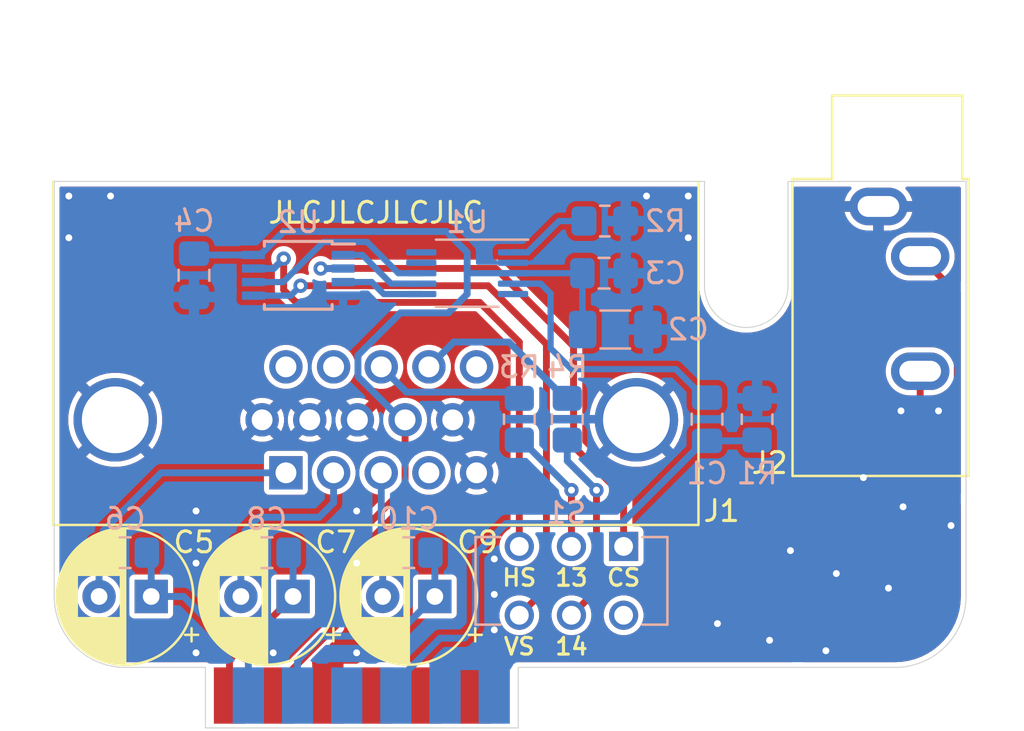
<source format=kicad_pcb>
(kicad_pcb (version 20241229) (generator "pcbnew") (generator_version "9.0")
  (title_block (title "RGBPlug Type P") (date "2025-05-28") (rev "v0.3"))
  (layers (0 "F.Cu" signal) (2 "B.Cu" signal) (13 "F.Paste" user) (15 "B.Paste" user) (5 "F.SilkS" user "F.Silkscreen") (7 "B.SilkS" user "B.Silkscreen") (1 "F.Mask" user) (3 "B.Mask" user) (25 "Edge.Cuts" user))
  (net 0 "")
  (net 1 "Net-(P1-Y)")
  (net 2 "Net-(U1-VIN)")
  (net 3 "Net-(P1-R)")
  (net 4 "GND")
  (net 5 "VCC")
  (net 6 "Net-(P1-G)")
  (net 7 "Net-(C5-Pad2)")
  (net 8 "Net-(C7-Pad2)")
  (net 9 "Net-(P1-B)")
  (net 10 "Net-(P1-AR)")
  (net 11 "Net-(C10-Pad1)")
  (net 12 "Net-(R3-Pad2)")
  (net 13 "Net-(P1-AL)")
  (net 18 "Net-(U1-REXT)")
  (net 21 "Net-(R4-Pad2)")
  (net 22 "Net-(U1-CS_OUT)")
  (net 23 "Net-(J1-Pad13)")
  (net 24 "Net-(J1-Pad14)")
  (net 26 "Net-(U1-HS_OUT)")
  (net 27 "Net-(U1-VS_OUT)")
  (net 31 "Net-(S1-Pad1)")
  (net 32 "Net-(S1-Pad3)")
  (net 33 "Net-(S1-Pad6)")
  (footprint "Capacitor_THT:CP_Radial_D6.3mm_P2.50mm" (layer "F.Cu") (at 133.55 112.6 180)
    (property "Reference" "C7" (at -2.05 2.6 0) (layer "F.SilkS"))
    (property "Value" "1000uF")
    (pad "1" thru_hole rect (at 0 0 180) (size 1.6 1.6) (drill 0.8) (layers "*.Cu" "*.Mask") (net 6 "Net-(P1-G)"))
    (pad "2" thru_hole circle (at 2.5 0 180) (size 1.6 1.6) (drill 0.8) (layers "*.Cu" "*.Mask") (net 8 "Net-(C7-Pad2)"))
  )
  (footprint "Capacitor_THT:CP_Radial_D6.3mm_P2.50mm" (layer "F.Cu") (at 140.35 112.6 180)
    (property "Reference" "C9" (at -2.05 2.6 0) (layer "F.SilkS"))
    (property "Value" "1000uF")
    (pad "1" thru_hole rect (at 0 0 180) (size 1.6 1.6) (drill 0.8) (layers "*.Cu" "*.Mask") (net 9 "Net-(P1-B)"))
    (pad "2" thru_hole circle (at 2.5 0 180) (size 1.6 1.6) (drill 0.8) (layers "*.Cu" "*.Mask") (net 11 "Net-(C10-Pad1)"))
  )
  (footprint "Connector_Audio:Jack_3.5mm_CUI_SJ1-3533NG_Horizontal" (layer "F.Cu") (at 161.62 93.9)
    (property "Reference" "J2" (at -5.22 12.3 0) (layer "F.SilkS"))
    (property "Value" "AudioJack3")
    (pad "R" thru_hole oval (at 2 7.9) (size 2.8 1.8) (drill oval 2 1) (layers "*.Cu" "*.Mask") (net 10 "Net-(P1-AR)"))
    (pad "S" thru_hole oval (at 0 0) (size 2.8 1.8) (drill oval 2 1) (layers "*.Cu" "*.Mask") (net 4 "GND"))
    (pad "T" thru_hole oval (at 2 2.4) (size 2.8 1.8) (drill oval 2 1) (layers "*.Cu" "*.Mask") (net 13 "Net-(P1-AL)"))
  )
  (footprint "retro_gaming:L17HTHES4F1C" (layer "F.Cu") (at 133.21 106.67 180)
    (property "Reference" "J1" (at -20.89 -1.83 180) (layer "F.SilkS"))
    (property "Value" "DB15_Female_HighDensity_MountingHoles")
    (pad "0" thru_hole circle (at -16.805 2.54 180) (size 4 4) (drill 3.2) (layers "*.Cu" "*.Mask") (net 4 "GND"))
    (pad "0" thru_hole circle (at 8.185 2.54 180) (size 4 4) (drill 3.2) (layers "*.Cu" "*.Mask") (net 4 "GND"))
    (pad "1" thru_hole rect (at 0 0 180) (size 1.6 1.6) (drill 1) (layers "*.Cu" "*.Mask") (net 7 "Net-(C5-Pad2)"))
    (pad "2" thru_hole circle (at -2.285 0 180) (size 1.6 1.6) (drill 1) (layers "*.Cu" "*.Mask") (net 8 "Net-(C7-Pad2)"))
    (pad "3" thru_hole circle (at -4.57 0 180) (size 1.6 1.6) (drill 1) (layers "*.Cu" "*.Mask") (net 11 "Net-(C10-Pad1)"))
    (pad "4" thru_hole circle (at -6.855 0 180) (size 1.6 1.6) (drill 1) (layers "*.Cu" "*.Mask"))
    (pad "5" thru_hole circle (at -9.14 0 180) (size 1.6 1.6) (drill 1) (layers "*.Cu" "*.Mask") (net 4 "GND"))
    (pad "6" thru_hole circle (at 1.1425 2.54 180) (size 1.6 1.6) (drill 1) (layers "*.Cu" "*.Mask") (net 4 "GND"))
    (pad "7" thru_hole circle (at -1.1425 2.54 180) (size 1.6 1.6) (drill 1) (layers "*.Cu" "*.Mask") (net 4 "GND"))
    (pad "8" thru_hole circle (at -3.4275 2.54 180) (size 1.6 1.6) (drill 1) (layers "*.Cu" "*.Mask") (net 4 "GND"))
    (pad "9" thru_hole circle (at -5.7125 2.54 180) (size 1.6 1.6) (drill 1) (layers "*.Cu" "*.Mask") (net 5 "VCC"))
    (pad "10" thru_hole circle (at -7.9975 2.54 180) (size 1.6 1.6) (drill 1) (layers "*.Cu" "*.Mask") (net 4 "GND"))
    (pad "11" thru_hole circle (at 0 5.08 180) (size 1.6 1.6) (drill 1) (layers "*.Cu" "*.Mask"))
    (pad "12" thru_hole circle (at -2.285 5.08 180) (size 1.6 1.6) (drill 1) (layers "*.Cu" "*.Mask"))
    (pad "13" thru_hole circle (at -4.57 5.08 180) (size 1.6 1.6) (drill 1) (layers "*.Cu" "*.Mask") (net 23 "Net-(J1-Pad13)"))
    (pad "14" thru_hole circle (at -6.855 5.08 180) (size 1.6 1.6) (drill 1) (layers "*.Cu" "*.Mask") (net 24 "Net-(J1-Pad14)"))
    (pad "15" thru_hole circle (at -9.14 5.08 180) (size 1.6 1.6) (drill 1) (layers "*.Cu" "*.Mask"))
  )
  (footprint "Capacitor_THT:CP_Radial_D6.3mm_P2.50mm" (layer "F.Cu") (at 126.75 112.6 180)
    (property "Reference" "C5" (at -2.05 2.6 0) (layer "F.SilkS"))
    (property "Value" "1000uF")
    (pad "1" thru_hole rect (at 0 0 180) (size 1.6 1.6) (drill 0.8) (layers "*.Cu" "*.Mask") (net 3 "Net-(P1-R)"))
    (pad "2" thru_hole circle (at 2.5 0 180) (size 1.6 1.6) (drill 0.8) (layers "*.Cu" "*.Mask") (net 7 "Net-(C5-Pad2)"))
  )
  (footprint "retro_gaming:PlayStation_multiAV_PCB" (layer "F.Cu") (at 136.85 117.5)
    (property "Reference" "P1" (hide yes))
    (property "Value" "PlayStation_multiAV_PCB")
    (pad "1" smd rect (at 6.346 -0.15) (size 1.5 2.7) (layers "B.Cu" "B.Mask" "B.Paste") (net 4 "GND"))
    (pad "2" smd rect (at 5.442 -0.15) (size 1.5 2.7) (layers "F.Cu" "F.Mask" "F.Paste") (net 13 "Net-(P1-AL)"))
    (pad "3" smd rect (at 3.988 -0.15) (size 1.5 2.7) (layers "B.Cu" "B.Mask" "B.Paste") (net 4 "GND"))
    (pad "4" smd rect (at 3.085 -0.15) (size 1.5 2.7) (layers "F.Cu" "F.Mask" "F.Paste") (net 10 "Net-(P1-AR)"))
    (pad "5" smd rect (at 1.631 -0.15) (size 1.5 2.7) (layers "B.Cu" "B.Mask" "B.Paste") (net 1 "Net-(P1-Y)"))
    (pad "6" smd rect (at 0.727 -0.15) (size 1.5 2.7) (layers "F.Cu" "F.Mask" "F.Paste"))
    (pad "7" smd rect (at -0.727 -0.15) (size 1.5 2.7) (layers "B.Cu" "B.Mask" "B.Paste"))
    (pad "8" smd rect (at -1.631 -0.15) (size 1.5 2.7) (layers "F.Cu" "F.Mask" "F.Paste") (net 4 "GND"))
    (pad "9" smd rect (at -3.085 -0.15) (size 1.5 2.7) (layers "B.Cu" "B.Mask" "B.Paste") (net 9 "Net-(P1-B)"))
    (pad "10" smd rect (at -3.988 -0.15) (size 1.5 2.7) (layers "F.Cu" "F.Mask" "F.Paste") (net 5 "VCC"))
    (pad "11" smd rect (at -5.442 -0.15) (size 1.5 2.7) (layers "B.Cu" "B.Mask" "B.Paste") (net 3 "Net-(P1-R)"))
    (pad "12" smd rect (at -6.346 -0.15) (size 1.5 2.7) (layers "F.Cu" "F.Mask" "F.Paste") (net 6 "Net-(P1-G)"))
  )
  (footprint "Capacitor_SMD:C_0805_2012Metric_Pad1.18x1.45mm_HandSolder" (layer "B.Cu") (at 132.3 110.5)
    (property "Reference" "C8" (at -0.012 -1.613 0) (layer "B.SilkS") (effects (justify mirror)))
    (property "Value" "0.01uF")
    (pad "1" smd roundrect (at -1.0375 0) (size 1.175 1.45) (layers "B.Cu" "B.Mask" "B.Paste") (roundrect_rratio 0.2127659574) (net 8 "Net-(C7-Pad2)"))
    (pad "2" smd roundrect (at 1.0375 0) (size 1.175 1.45) (layers "B.Cu" "B.Mask" "B.Paste") (roundrect_rratio 0.2127659574) (net 6 "Net-(P1-G)"))
  )
  (footprint "Resistor_SMD:R_0805_2012Metric_Pad1.20x1.40mm_HandSolder" (layer "B.Cu") (at 155.8 104.1 90)
    (property "Reference" "R1" (at -2.6 0 0) (layer "B.SilkS") (effects (justify mirror)))
    (property "Value" "75")
    (pad "1" smd roundrect (at -1 0 90) (size 1.2 1.4) (layers "B.Cu" "B.Mask" "B.Paste") (roundrect_rratio 0.2083325) (net 1 "Net-(P1-Y)"))
    (pad "2" smd roundrect (at 1 0 90) (size 1.2 1.4) (layers "B.Cu" "B.Mask" "B.Paste") (roundrect_rratio 0.2083325) (net 4 "GND"))
  )
  (footprint "Capacitor_SMD:C_0805_2012Metric_Pad1.18x1.45mm_HandSolder" (layer "B.Cu") (at 125.5 110.5)
    (property "Reference" "C6" (at 0 -1.625 0) (layer "B.SilkS") (effects (justify mirror)))
    (property "Value" "0.01uF")
    (pad "1" smd roundrect (at -1.0375 0) (size 1.175 1.45) (layers "B.Cu" "B.Mask" "B.Paste") (roundrect_rratio 0.2127659574) (net 7 "Net-(C5-Pad2)"))
    (pad "2" smd roundrect (at 1.0375 0) (size 1.175 1.45) (layers "B.Cu" "B.Mask" "B.Paste") (roundrect_rratio 0.2127659574) (net 3 "Net-(P1-R)"))
  )
  (footprint "Resistor_SMD:R_0805_2012Metric_Pad1.20x1.40mm_HandSolder" (layer "B.Cu") (at 146.7 104.1 -90)
    (property "Reference" "R4" (at -2.5 0 180) (layer "B.SilkS") (effects (justify mirror)))
    (property "Value" "510")
    (pad "1" smd roundrect (at -1 0 270) (size 1.2 1.4) (layers "B.Cu" "B.Mask" "B.Paste") (roundrect_rratio 0.2083325) (net 24 "Net-(J1-Pad14)"))
    (pad "2" smd roundrect (at 1 0 270) (size 1.2 1.4) (layers "B.Cu" "B.Mask" "B.Paste") (roundrect_rratio 0.2083325) (net 21 "Net-(R4-Pad2)"))
  )
  (footprint "Capacitor_SMD:C_0805_2012Metric_Pad1.18x1.45mm_HandSolder" (layer "B.Cu") (at 139.1 110.5)
    (property "Reference" "C10" (at 0 -1.625 0) (layer "B.SilkS") (effects (justify mirror)))
    (property "Value" "0.01uF")
    (pad "1" smd roundrect (at -1.0375 0) (size 1.175 1.45) (layers "B.Cu" "B.Mask" "B.Paste") (roundrect_rratio 0.2127659574) (net 11 "Net-(C10-Pad1)"))
    (pad "2" smd roundrect (at 1.0375 0) (size 1.175 1.45) (layers "B.Cu" "B.Mask" "B.Paste") (roundrect_rratio 0.2127659574) (net 9 "Net-(P1-B)"))
  )
  (footprint "Capacitor_SMD:C_0805_2012Metric_Pad1.18x1.45mm_HandSolder" (layer "B.Cu") (at 153.4 104.1 90)
    (property "Reference" "C1" (at -2.6 0 0) (layer "B.SilkS") (effects (justify mirror)))
    (property "Value" "0.01uF")
    (pad "1" smd roundrect (at -1.0375 0 90) (size 1.175 1.45) (layers "B.Cu" "B.Mask" "B.Paste") (roundrect_rratio 0.2127659574) (net 1 "Net-(P1-Y)"))
    (pad "2" smd roundrect (at 1.0375 0 90) (size 1.175 1.45) (layers "B.Cu" "B.Mask" "B.Paste") (roundrect_rratio 0.2127659574) (net 2 "Net-(U1-VIN)"))
  )
  (footprint "Resistor_SMD:R_0805_2012Metric_Pad1.20x1.40mm_HandSolder" (layer "B.Cu") (at 144.4 104.1 -90)
    (property "Reference" "R3" (at -2.5 0 0) (layer "B.SilkS") (effects (justify mirror)))
    (property "Value" "510")
    (pad "1" smd roundrect (at -1 0 270) (size 1.2 1.4) (layers "B.Cu" "B.Mask" "B.Paste") (roundrect_rratio 0.2083325) (net 23 "Net-(J1-Pad13)"))
    (pad "2" smd roundrect (at 1 0 270) (size 1.2 1.4) (layers "B.Cu" "B.Mask" "B.Paste") (roundrect_rratio 0.2083325) (net 12 "Net-(R3-Pad2)"))
  )
  (footprint "Button_Switch_THT:SW_CuK_JS202011CQN_DPDT_Straight" (layer "B.Cu") (at 149.4 110.2 180)
    (property "Reference" "S1" (at 2.75 1.6 180) (layer "B.SilkS") (effects (justify mirror)))
    (property "Value" "JS202011CQN")
    (pad "1" thru_hole rect (at 0 0 180) (size 1.4 1.4) (drill 0.9) (layers "*.Cu" "*.Mask") (net 31 "Net-(S1-Pad1)"))
    (pad "2" thru_hole circle (at 2.5 0 180) (size 1.4 1.4) (drill 0.9) (layers "*.Cu" "*.Mask") (net 12 "Net-(R3-Pad2)"))
    (pad "3" thru_hole circle (at 5 0 180) (size 1.4 1.4) (drill 0.9) (layers "*.Cu" "*.Mask") (net 32 "Net-(S1-Pad3)"))
    (pad "4" thru_hole circle (at 0 -3.3 180) (size 1.4 1.4) (drill 0.9) (layers "*.Cu" "*.Mask"))
    (pad "5" thru_hole circle (at 2.5 -3.3 180) (size 1.4 1.4) (drill 0.9) (layers "*.Cu" "*.Mask") (net 21 "Net-(R4-Pad2)"))
    (pad "6" thru_hole circle (at 5 -3.3 180) (size 1.4 1.4) (drill 0.9) (layers "*.Cu" "*.Mask") (net 33 "Net-(S1-Pad6)"))
  )
  (footprint "Resistor_SMD:R_0805_2012Metric_Pad1.20x1.40mm_HandSolder" (layer "B.Cu") (at 148.5 94.6)
    (property "Reference" "R2" (at 2.9 0 180) (layer "B.SilkS") (effects (justify mirror)))
    (property "Value" "10k")
    (pad "1" smd roundrect (at -1 0) (size 1.2 1.4) (layers "B.Cu" "B.Mask" "B.Paste") (roundrect_rratio 0.208333) (net 18 "Net-(U1-REXT)"))
    (pad "2" smd roundrect (at 1 0) (size 1.2 1.4) (layers "B.Cu" "B.Mask" "B.Paste") (roundrect_rratio 0.208333) (net 4 "GND"))
  )
  (footprint "Capacitor_SMD:C_0805_2012Metric_Pad1.18x1.45mm_HandSolder" (layer "B.Cu") (at 128.8 97.2 -90)
    (property "Reference" "C4" (at -2.6 0 180) (layer "B.SilkS") (effects (justify mirror)))
    (property "Value" "0.1uF")
    (pad "1" smd roundrect (at -1.0375 0 270) (size 1.175 1.45) (layers "B.Cu" "B.Mask" "B.Paste") (roundrect_rratio 0.212766) (net 5 "VCC"))
    (pad "2" smd roundrect (at 1.0375 0 270) (size 1.175 1.45) (layers "B.Cu" "B.Mask" "B.Paste") (roundrect_rratio 0.212766) (net 4 "GND"))
  )
  (footprint "Package_SO:TSSOP-8_3x3mm_P0.65mm" (layer "B.Cu") (at 133.8 97.2 180)
    (property "Reference" "U2" (at 0 2.55 0) (layer "B.SilkS") (effects (justify mirror)))
    (property "Value" "74LVC3G34")
    (pad "1" smd rect (at -2.15 0.975 180) (size 1.1 0.4) (layers "B.Cu" "B.Mask" "B.Paste") (net 27 "Net-(U1-VS_OUT)"))
    (pad "2" smd rect (at -2.15 0.325 180) (size 1.1 0.4) (layers "B.Cu" "B.Mask" "B.Paste") (net 31 "Net-(S1-Pad1)"))
    (pad "3" smd rect (at -2.15 -0.325 180) (size 1.1 0.4) (layers "B.Cu" "B.Mask" "B.Paste") (net 26 "Net-(U1-HS_OUT)"))
    (pad "4" smd rect (at -2.15 -0.975 180) (size 1.1 0.4) (layers "B.Cu" "B.Mask" "B.Paste") (net 4 "GND"))
    (pad "5" smd rect (at 2.15 -0.975 180) (size 1.1 0.4) (layers "B.Cu" "B.Mask" "B.Paste") (net 33 "Net-(S1-Pad6)"))
    (pad "6" smd rect (at 2.15 -0.325 180) (size 1.1 0.4) (layers "B.Cu" "B.Mask" "B.Paste") (net 22 "Net-(U1-CS_OUT)"))
    (pad "7" smd rect (at 2.15 0.325 180) (size 1.1 0.4) (layers "B.Cu" "B.Mask" "B.Paste") (net 32 "Net-(S1-Pad3)"))
    (pad "8" smd rect (at 2.15 0.975 180) (size 1.1 0.4) (layers "B.Cu" "B.Mask" "B.Paste") (net 5 "VCC"))
  )
  (footprint "Package_SO:VSSOP-10_3x3mm_P0.5mm" (layer "B.Cu") (at 141.9 97.1 180)
    (property "Reference" "U1" (at 0 2.45 0) (layer "B.SilkS") (effects (justify mirror)))
    (property "Value" "LMH1980")
    (pad "1" smd roundrect (at -2.2 1 180) (size 1.45 0.3) (layers "B.Cu" "B.Mask" "B.Paste") (net 18 "Net-(U1-REXT)"))
    (pad "2" smd roundrect (at -2.2 0.5 180) (size 1.45 0.3) (layers "B.Cu" "B.Mask" "B.Paste") (net 4 "GND"))
    (pad "3" smd roundrect (at -2.2 0 180) (size 1.45 0.3) (layers "B.Cu" "B.Mask" "B.Paste") (net 5 "VCC"))
    (pad "4" smd roundrect (at -2.2 -0.5 180) (size 1.45 0.3) (layers "B.Cu" "B.Mask" "B.Paste") (net 2 "Net-(U1-VIN)"))
    (pad "5" smd roundrect (at -2.2 -1 180) (size 1.45 0.3) (layers "B.Cu" "B.Mask" "B.Paste"))
    (pad "6" smd roundrect (at 2.2 -1 180) (size 1.45 0.3) (layers "B.Cu" "B.Mask" "B.Paste") (net 26 "Net-(U1-HS_OUT)"))
    (pad "7" smd roundrect (at 2.2 -0.5 180) (size 1.45 0.3) (layers "B.Cu" "B.Mask" "B.Paste") (net 27 "Net-(U1-VS_OUT)"))
    (pad "8" smd roundrect (at 2.2 0 180) (size 1.45 0.3) (layers "B.Cu" "B.Mask" "B.Paste") (net 22 "Net-(U1-CS_OUT)"))
    (pad "9" smd roundrect (at 2.2 0.5 180) (size 1.45 0.3) (layers "B.Cu" "B.Mask" "B.Paste"))
    (pad "10" smd roundrect (at 2.2 1 180) (size 1.45 0.3) (layers "B.Cu" "B.Mask" "B.Paste"))
  )
  (footprint "Capacitor_SMD:C_1206_3216Metric_Pad1.33x1.80mm_HandSolder" (layer "B.Cu") (at 149 99.8)
    (property "Reference" "C2" (at 3.5 0 0) (layer "B.SilkS") (effects (justify mirror)))
    (property "Value" "10uF")
    (pad "1" smd roundrect (at -1.5625 0) (size 1.325 1.8) (layers "B.Cu" "B.Mask" "B.Paste") (roundrect_rratio 0.188679) (net 5 "VCC"))
    (pad "2" smd roundrect (at 1.5625 0) (size 1.325 1.8) (layers "B.Cu" "B.Mask" "B.Paste") (roundrect_rratio 0.188679) (net 4 "GND"))
  )
  (footprint "Capacitor_SMD:C_0805_2012Metric_Pad1.18x1.45mm_HandSolder" (layer "B.Cu") (at 148.4625 97.1)
    (property "Reference" "C3" (at 2.9375 0 0) (layer "B.SilkS") (effects (justify mirror)))
    (property "Value" "0.1uF")
    (pad "1" smd roundrect (at -1.0375 0) (size 1.175 1.45) (layers "B.Cu" "B.Mask" "B.Paste") (roundrect_rratio 0.212766) (net 5 "VCC"))
    (pad "2" smd roundrect (at 1.0375 0) (size 1.175 1.45) (layers "B.Cu" "B.Mask" "B.Paste") (roundrect_rratio 0.212766) (net 4 "GND"))
  )
  (gr_line (start 165.82 92.7) (end 165.82 112.6) (stroke (width 0.05)) (layer "Edge.Cuts"))
  (gr_line (start 157.28 92.7) (end 165.82 92.7) (stroke (width 0.05)) (layer "Edge.Cuts"))
  (gr_line (start 129.35 116) (end 129.35 118.9) (stroke (width 0.05)) (layer "Edge.Cuts"))
  (gr_arc (start 125.5 116) (mid 123.095837 115.004163) (end 122.1 112.6) (stroke (width 0.05)) (layer "Edge.Cuts"))
  (gr_arc (start 157.28 97.7) (mid 155.28 99.7) (end 153.28 97.7) (stroke (width 0.05)) (layer "Edge.Cuts"))
  (gr_line (start 144.35 118.9) (end 144.35 116) (stroke (width 0.05)) (layer "Edge.Cuts"))
  (gr_line (start 129.35 118.9) (end 144.35 118.9) (stroke (width 0.05)) (layer "Edge.Cuts"))
  (gr_line (start 157.28 97.7) (end 157.28 92.7) (stroke (width 0.05)) (layer "Edge.Cuts"))
  (gr_line (start 144.35 116) (end 162.41 116) (stroke (width 0.05)) (layer "Edge.Cuts"))
  (gr_arc (start 165.82 112.6) (mid 164.819163 115.006234) (end 162.41 116) (stroke (width 0.05)) (layer "Edge.Cuts"))
  (gr_line (start 122.1 112.6) (end 122.1 92.7) (stroke (width 0.05)) (layer "Edge.Cuts"))
  (gr_line (start 129.35 116) (end 125.5 116) (stroke (width 0.05)) (layer "Edge.Cuts"))
  (gr_line (start 122.1 92.7) (end 153.28 92.7) (stroke (width 0.05)) (layer "Edge.Cuts"))
  (gr_line (start 153.28 97.7) (end 153.28 92.7) (stroke (width 0.05)) (layer "Edge.Cuts"))
  (gr_text "JLCJLCJLCJLC" (at 137.52 94.2 0) (layer "F.SilkS") (effects (font (size 1 1))))
  (gr_text "HS" (at 144.4 111.7 0) (layer "F.SilkS") (effects (font (size 0.8 0.8))))
  (gr_text "13" (at 146.9 111.7 0) (layer "F.SilkS") (effects (font (size 0.8 0.8))))
  (gr_text "CS" (at 149.4 111.7 0) (layer "F.SilkS") (effects (font (size 0.8 0.8))))
  (gr_text "VS" (at 144.4 115 0) (layer "F.SilkS") (effects (font (size 0.8 0.8))))
  (gr_text "14" (at 146.9 115 0) (layer "F.SilkS") (effects (font (size 0.8 0.8))))
  (segment (start 155.7625 105.1375) (end 155.8 105.1) (width 0.3302) (layer "B.Cu") (net 1))
  (segment (start 138.481 116.719) (end 138.481 117.35) (width 0.3302) (layer "B.Cu") (net 1))
  (segment (start 153.2625 105.1375) (end 149.3 109.1) (width 0.3302) (layer "B.Cu") (net 1))
  (segment (start 142.3 114.05) (end 141.75 114.6) (width 0.3302) (layer "B.Cu") (net 1))
  (segment (start 141.75 114.6) (end 140.6 114.6) (width 0.3302) (layer "B.Cu") (net 1))
  (segment (start 142.3 110.575) (end 142.3 114.05) (width 0.3302) (layer "B.Cu") (net 1))
  (segment (start 140.6 114.6) (end 138.481 116.719) (width 0.3302) (layer "B.Cu") (net 1))
  (segment (start 143.775 109.1) (end 142.3 110.575) (width 0.3302) (layer "B.Cu") (net 1))
  (segment (start 153.4 105.1375) (end 153.2625 105.1375) (width 0.3302) (layer "B.Cu") (net 1))
  (segment (start 153.4 105.1375) (end 155.7625 105.1375) (width 0.3302) (layer "B.Cu") (net 1))
  (segment (start 149.3 109.1) (end 143.775 109.1) (width 0.3302) (layer "B.Cu") (net 1))
  (segment (start 145.423505 97.6) (end 144.1 97.6) (width 0.3) (layer "B.Cu") (net 2))
  (segment (start 153.4 103.0625) (end 153.2625 103.0625) (width 0.3) (layer "B.Cu") (net 2))
  (segment (start 153.2625 103.0625) (end 151.9 101.7) (width 0.3) (layer "B.Cu") (net 2))
  (segment (start 146.9 101.7) (end 145.9 100.7) (width 0.3) (layer "B.Cu") (net 2))
  (segment (start 145.9 100.7) (end 145.9 98.076495) (width 0.3) (layer "B.Cu") (net 2))
  (segment (start 145.9 98.076495) (end 145.423505 97.6) (width 0.3) (layer "B.Cu") (net 2))
  (segment (start 151.9 101.7) (end 146.9 101.7) (width 0.3) (layer "B.Cu") (net 2))
  (segment (start 126.75 112.6) (end 128.3 112.6) (width 0.3302) (layer "B.Cu") (net 3))
  (segment (start 126.75 110.7125) (end 126.5375 110.5) (width 0.3302) (layer "B.Cu") (net 3))
  (segment (start 131.408 115.708) (end 131.408 117.35) (width 0.3302) (layer "B.Cu") (net 3))
  (segment (start 126.75 112.6) (end 126.75 110.7125) (width 0.3302) (layer "B.Cu") (net 3))
  (segment (start 128.3 112.6) (end 131.408 115.708) (width 0.3302) (layer "B.Cu") (net 3))
  (via (at 143.2 114.2) (size 0.6858) (drill 0.3302) (layers "F.Cu" "B.Cu") (net 4))
  (via (at 136.6 115.3) (size 0.6858) (drill 0.3302) (layers "F.Cu" "B.Cu") (net 4))
  (via (at 162.1 112.2) (size 0.6858) (drill 0.3302) (layers "F.Cu" "B.Cu") (net 4))
  (via (at 136.6 108.5) (size 0.6858) (drill 0.3302) (layers "F.Cu" "B.Cu") (net 4))
  (via (at 156.4 114.7) (size 0.6858) (drill 0.3302) (layers "F.Cu" "B.Cu") (net 4))
  (via (at 159.6 111.5) (size 0.6858) (drill 0.3302) (layers "F.Cu" "B.Cu") (net 4))
  (via (at 152.5 95.4) (size 0.6858) (drill 0.3302) (layers "F.Cu" "B.Cu") (net 4))
  (via (at 143.2 112.5) (size 0.6858) (drill 0.3302) (layers "F.Cu" "B.Cu") (net 4))
  (via (at 153.9 113.9) (size 0.6858) (drill 0.3302) (layers "F.Cu" "B.Cu") (net 4))
  (via (at 124.8 93.4) (size 0.6858) (drill 0.3302) (layers "F.Cu" "B.Cu") (net 4))
  (via (at 128.9 115.3) (size 0.6858) (drill 0.3302) (layers "F.Cu" "B.Cu") (net 4))
  (via (at 164.5 103.7) (size 0.6858) (drill 0.3302) (layers "F.Cu" "B.Cu") (net 4))
  (via (at 159.1 115.2) (size 0.6858) (drill 0.3302) (layers "F.Cu" "B.Cu") (net 4))
  (via (at 122.8 93.4) (size 0.6858) (drill 0.3302) (layers "F.Cu" "B.Cu") (net 4))
  (via (at 132.6 115.3) (size 0.6858) (drill 0.3302) (layers "F.Cu" "B.Cu") (net 4))
  (via (at 165.1 109.2) (size 0.6858) (drill 0.3302) (layers "F.Cu" "B.Cu") (net 4))
  (via (at 162.7 103.7) (size 0.6858) (drill 0.3302) (layers "F.Cu" "B.Cu") (net 4))
  (via (at 122.8 95.4) (size 0.6858) (drill 0.3302) (layers "F.Cu" "B.Cu") (net 4))
  (via (at 162.8 108.3) (size 0.6858) (drill 0.3302) (layers "F.Cu" "B.Cu") (net 4))
  (via (at 143.2 110.8) (size 0.6858) (drill 0.3302) (layers "F.Cu" "B.Cu") (net 4))
  (via (at 136.6 111) (size 0.6858) (drill 0.3302) (layers "F.Cu" "B.Cu") (net 4))
  (via (at 160.9 106.9) (size 0.6858) (drill 0.3302) (layers "F.Cu" "B.Cu") (net 4))
  (via (at 152.5 93.4) (size 0.6858) (drill 0.3302) (layers "F.Cu" "B.Cu") (net 4))
  (via (at 128.9 108.5) (size 0.6858) (drill 0.3302) (layers "F.Cu" "B.Cu") (net 4))
  (via (at 150.5 93.4) (size 0.6858) (drill 0.3302) (layers "F.Cu" "B.Cu") (net 4))
  (via (at 128.9 111) (size 0.6858) (drill 0.3302) (layers "F.Cu" "B.Cu") (net 4))
  (via (at 157.4 110.4) (size 0.6858) (drill 0.3302) (layers "F.Cu" "B.Cu") (net 4))
  (segment (start 142.1775 105.1) (end 142.5 105.1) (width 0.4064) (layer "B.Cu") (net 4))
  (segment (start 141.2075 104.13) (end 142.1775 105.1) (width 0.4064) (layer "B.Cu") (net 4))
  (segment (start 142.5 105.1) (end 143.5 104.1) (width 0.4064) (layer "B.Cu") (net 4))
  (segment (start 143.5 104.1) (end 149.985 104.1) (width 0.4064) (layer "B.Cu") (net 4))
  (segment (start 149.985 104.1) (end 150.015 104.13) (width 0.4064) (layer "B.Cu") (net 4))
  (segment (start 132.862 116.75) (end 135.6 114.012) (width 0.3302) (layer "F.Cu") (net 5))
  (segment (start 132.862 117.35) (end 132.862 116.75) (width 0.3302) (layer "F.Cu") (net 5))
  (segment (start 135.6 114.012) (end 135.6 110.7) (width 0.3302) (layer "F.Cu") (net 5))
  (segment (start 135.6 110.7) (end 138.9225 107.3775) (width 0.3302) (layer "F.Cu") (net 5))
  (segment (start 138.9225 107.3775) (end 138.9225 104.13) (width 0.3302) (layer "F.Cu") (net 5))
  (segment (start 131.975 96.225) (end 131.65 96.225) (width 0.3302) (layer "B.Cu") (net 5))
  (segment (start 131.65 96.225) (end 128.8625 96.225) (width 0.3302) (layer "B.Cu") (net 5))
  (segment (start 136.6625 102.052884) (end 138.739616 104.13) (width 0.3302) (layer "B.Cu") (net 5))
  (segment (start 138.739616 104.13) (end 138.9225 104.13) (width 0.3302) (layer "B.Cu") (net 5))
  (segment (start 136.6625 101.0375) (end 136.6625 102.052884) (width 0.3302) (layer "B.Cu") (net 5))
  (segment (start 141.9 97.1) (end 144.1 97.1) (width 0.3) (layer "B.Cu") (net 5))
  (segment (start 141.9 97.1) (end 141.9 98.1) (width 0.3302) (layer "B.Cu") (net 5))
  (segment (start 141 99) (end 138.7 99) (width 0.3302) (layer "B.Cu") (net 5))
  (segment (start 141.9 96.1) (end 140.9 95.1) (width 0.3302) (layer "B.Cu") (net 5))
  (segment (start 128.8625 96.225) (end 128.8 96.1625) (width 0.3302) (layer "B.Cu") (net 5))
  (segment (start 147.425 97.1) (end 144.1 97.1) (width 0.3) (layer "B.Cu") (net 5))
  (segment (start 147.425 99.7875) (end 147.4375 99.8) (width 0.3) (layer "B.Cu") (net 5))
  (segment (start 147.425 97.1) (end 147.425 99.7875) (width 0.3) (layer "B.Cu") (net 5))
  (segment (start 138.7 99) (end 136.6625 101.0375) (width 0.3302) (layer "B.Cu") (net 5))
  (segment (start 140.9 95.1) (end 133.1 95.1) (width 0.3302) (layer "B.Cu") (net 5))
  (segment (start 141.9 98.1) (end 141 99) (width 0.3302) (layer "B.Cu") (net 5))
  (segment (start 133.1 95.1) (end 131.975 96.225) (width 0.3302) (layer "B.Cu") (net 5))
  (segment (start 141.9 97.1) (end 141.9 96.1) (width 0.3302) (layer "B.Cu") (net 5))
  (segment (start 133.55 112.6) (end 130.504 115.646) (width 0.3302) (layer "F.Cu") (net 6))
  (segment (start 130.504 115.646) (end 130.504 117.35) (width 0.3302) (layer "F.Cu") (net 6))
  (segment (start 133.55 112.6) (end 133.55 110.7125) (width 0.3302) (layer "B.Cu") (net 6))
  (segment (start 133.55 110.7125) (end 133.3375 110.5) (width 0.3302) (layer "B.Cu") (net 6))
  (segment (start 124.25 112.6) (end 124.25 110.7125) (width 0.3302) (layer "B.Cu") (net 7))
  (segment (start 133.21 106.67) (end 127.23 106.67) (width 0.3302) (layer "B.Cu") (net 7))
  (segment (start 124.4625 109.4375) (end 124.4625 110.5) (width 0.3302) (layer "B.Cu") (net 7))
  (segment (start 124.25 110.7125) (end 124.4625 110.5) (width 0.3302) (layer "B.Cu") (net 7))
  (segment (start 127.23 106.67) (end 124.4625 109.4375) (width 0.3302) (layer "B.Cu") (net 7))
  (segment (start 135.495 108.105) (end 134.8 108.8) (width 0.3302) (layer "B.Cu") (net 8))
  (segment (start 131.9 108.8) (end 131.2625 109.4375) (width 0.3302) (layer "B.Cu") (net 8))
  (segment (start 135.495 106.67) (end 135.495 108.105) (width 0.3302) (layer "B.Cu") (net 8))
  (segment (start 131.05 110.7125) (end 131.2625 110.5) (width 0.3302) (layer "B.Cu") (net 8))
  (segment (start 134.8 108.8) (end 131.9 108.8) (width 0.3302) (layer "B.Cu") (net 8))
  (segment (start 131.05 112.6) (end 131.05 110.7125) (width 0.3302) (layer "B.Cu") (net 8))
  (segment (start 131.2625 109.4375) (end 131.2625 110.5) (width 0.3302) (layer "B.Cu") (net 8))
  (segment (start 134.9348 114.5) (end 138.45 114.5) (width 0.3302) (layer "B.Cu") (net 9))
  (segment (start 133.765 115.6698) (end 134.9348 114.5) (width 0.3302) (layer "B.Cu") (net 9))
  (segment (start 138.45 114.5) (end 140.35 112.6) (width 0.3302) (layer "B.Cu") (net 9))
  (segment (start 140.35 110.7125) (end 140.1375 110.5) (width 0.3302) (layer "B.Cu") (net 9))
  (segment (start 133.765 117.35) (end 133.765 115.6698) (width 0.3302) (layer "B.Cu") (net 9))
  (segment (start 140.35 112.6) (end 140.35 110.7125) (width 0.3302) (layer "B.Cu") (net 9))
  (segment (start 139.935 117.35) (end 139.935 116.765) (width 0.3302) (layer "F.Cu") (net 10))
  (segment (start 163.62 105.78) (end 163.62 101.8) (width 0.3302) (layer "F.Cu") (net 10))
  (segment (start 143.315201 115.1023) (end 154.2977 115.1023) (width 0.3302) (layer "F.Cu") (net 10))
  (segment (start 141.017501 115.682499) (end 142.735001 115.682499) (width 0.3302) (layer "F.Cu") (net 10))
  (segment (start 139.935 116.765) (end 141.017501 115.682499) (width 0.3302) (layer "F.Cu") (net 10))
  (segment (start 154.2977 115.1023) (end 163.62 105.78) (width 0.3302) (layer "F.Cu") (net 10))
  (segment (start 142.735001 115.682499) (end 143.315201 115.1023) (width 0.3302) (layer "F.Cu") (net 10))
  (segment (start 137.85 112.6) (end 137.85 110.7125) (width 0.3302) (layer "B.Cu") (net 11))
  (segment (start 137.78 106.67) (end 137.78 110.2175) (width 0.3302) (layer "B.Cu") (net 11))
  (segment (start 137.78 110.2175) (end 138.0625 110.5) (width 0.3302) (layer "B.Cu") (net 11))
  (segment (start 137.85 110.7125) (end 138.0625 110.5) (width 0.3302) (layer "B.Cu") (net 11))
  (segment (start 146.9 107.5) (end 146.9 110.2) (width 0.3302) (layer "F.Cu") (net 12))
  (via (at 146.9 107.5) (size 0.6858) (drill 0.3302) (layers "F.Cu" "B.Cu") (net 12))
  (segment (start 146.9 107.5) (end 146.9 107.5) (width 0.3302) (layer "B.Cu") (net 12))
  (segment (start 144.4 105.1) (end 144.5 105.1) (width 0.3302) (layer "B.Cu") (net 12))
  (segment (start 144.5 105.1) (end 146.9 107.5) (width 0.3302) (layer "B.Cu") (net 12))
  (segment (start 165.4 98.08) (end 163.62 96.3) (width 0.3302) (layer "F.Cu") (net 13))
  (segment (start 142.292 117.35) (end 142.292 116.808) (width 0.3302) (layer "F.Cu") (net 13))
  (segment (start 142.292 116.808) (end 143.5151 115.5849) (width 0.3302) (layer "F.Cu") (net 13))
  (segment (start 143.5151 115.5849) (end 157.4151 115.5849) (width 0.3302) (layer "F.Cu") (net 13))
  (segment (start 165.4 107.6) (end 165.4 98.08) (width 0.3302) (layer "F.Cu") (net 13))
  (segment (start 157.4151 115.5849) (end 165.4 107.6) (width 0.3302) (layer "F.Cu") (net 13))
  (segment (start 144.8 96.1) (end 144.1 96.1) (width 0.3) (layer "B.Cu") (net 18))
  (segment (start 147.5 94.6) (end 146.3 94.6) (width 0.3) (layer "B.Cu") (net 18))
  (segment (start 146.3 94.6) (end 144.8 96.1) (width 0.3) (layer "B.Cu") (net 18))
  (segment (start 148.1 107.5) (end 148.1 112.3) (width 0.3302) (layer "F.Cu") (net 21))
  (segment (start 148.1 112.3) (end 146.9 113.5) (width 0.3302) (layer "F.Cu") (net 21))
  (via (at 148.1 107.5) (size 0.6858) (drill 0.3302) (layers "F.Cu" "B.Cu") (net 21))
  (segment (start 146.7 106.1) (end 146.7 105.1) (width 0.3302) (layer "B.Cu") (net 21))
  (segment (start 148.1 107.5) (end 146.7 106.1) (width 0.3302) (layer "B.Cu") (net 21))
  (segment (start 138.6 97.1) (end 137.1 95.6) (width 0.3) (layer "B.Cu") (net 22))
  (segment (start 133.075 97.525) (end 131.65 97.525) (width 0.3) (layer "B.Cu") (net 22))
  (segment (start 139.7 97.1) (end 138.6 97.1) (width 0.3) (layer "B.Cu") (net 22))
  (segment (start 135 95.6) (end 133.075 97.525) (width 0.3) (layer "B.Cu") (net 22))
  (segment (start 137.1 95.6) (end 135 95.6) (width 0.3) (layer "B.Cu") (net 22))
  (segment (start 144.1 102.8) (end 144.4 103.1) (width 0.3302) (layer "B.Cu") (net 23))
  (segment (start 138.99 102.8) (end 144.1 102.8) (width 0.3302) (layer "B.Cu") (net 23))
  (segment (start 137.78 101.59) (end 138.99 102.8) (width 0.3302) (layer "B.Cu") (net 23))
  (segment (start 146.75 103.5) (end 146.625 103.5) (width 0.3) (layer "B.Cu") (net 24))
  (segment (start 143.9 100.4) (end 146.6 103.1) (width 0.3302) (layer "B.Cu") (net 24))
  (segment (start 140.065 101.59) (end 141.255 100.4) (width 0.3302) (layer "B.Cu") (net 24))
  (segment (start 146.6 103.1) (end 146.7 103.1) (width 0.3302) (layer "B.Cu") (net 24))
  (segment (start 141.255 100.4) (end 143.9 100.4) (width 0.3302) (layer "B.Cu") (net 24))
  (segment (start 137.325 97.525) (end 135.95 97.525) (width 0.3) (layer "B.Cu") (net 26))
  (segment (start 139.7 98.1) (end 137.9 98.1) (width 0.3) (layer "B.Cu") (net 26))
  (segment (start 137.9 98.1) (end 137.325 97.525) (width 0.3) (layer "B.Cu") (net 26))
  (segment (start 136.875 96.225) (end 135.95 96.225) (width 0.3) (layer "B.Cu") (net 27))
  (segment (start 139.7 97.6) (end 138.25 97.6) (width 0.3) (layer "B.Cu") (net 27))
  (segment (start 138.25 97.6) (end 136.875 96.225) (width 0.3) (layer "B.Cu") (net 27))
  (segment (start 147 105.4) (end 149.4 107.8) (width 0.3302) (layer "F.Cu") (net 31))
  (segment (start 134.875 96.875) (end 134.879283 96.870717) (width 0.3302) (layer "F.Cu") (net 31))
  (segment (start 134.879283 96.870717) (end 143.270717 96.870717) (width 0.3302) (layer "F.Cu") (net 31))
  (segment (start 149.4 107.8) (end 149.4 110.2) (width 0.3302) (layer "F.Cu") (net 31))
  (segment (start 143.270717 96.870717) (end 147 100.6) (width 0.3302) (layer "F.Cu") (net 31))
  (segment (start 147 100.6) (end 147 105.4) (width 0.3302) (layer "F.Cu") (net 31))
  (via (at 134.875 96.875) (size 0.6858) (drill 0.3302) (layers "F.Cu" "B.Cu") (net 31))
  (segment (start 134.875 96.875) (end 135.95 96.875) (width 0.3302) (layer "B.Cu") (net 31))
  (segment (start 142.5 98.5) (end 144.4 100.4) (width 0.3302) (layer "F.Cu") (net 32))
  (segment (start 133.7 98.5) (end 142.5 98.5) (width 0.3302) (layer "F.Cu") (net 32))
  (segment (start 133.1 96.4) (end 133.1 97.9) (width 0.3302) (layer "F.Cu") (net 32))
  (segment (start 144.4 100.4) (end 144.4 110.2) (width 0.3302) (layer "F.Cu") (net 32))
  (segment (start 133.1 97.9) (end 133.7 98.5) (width 0.3302) (layer "F.Cu") (net 32))
  (via (at 133.1 96.4) (size 0.6858) (drill 0.3302) (layers "F.Cu" "B.Cu") (net 32))
  (segment (start 132.625 96.875) (end 131.65 96.875) (width 0.3302) (layer "B.Cu") (net 32))
  (segment (start 133.1 96.4) (end 132.625 96.875) (width 0.3302) (layer "B.Cu") (net 32))
  (segment (start 145.7 112.2) (end 144.4 113.5) (width 0.3302) (layer "F.Cu") (net 33))
  (segment (start 133.911281 97.700604) (end 133.911885 97.7) (width 0.3302) (layer "F.Cu") (net 33))
  (segment (start 142.9 97.7) (end 145.7 100.5) (width 0.3302) (layer "F.Cu") (net 33))
  (segment (start 133.911885 97.7) (end 142.9 97.7) (width 0.3302) (layer "F.Cu") (net 33))
  (segment (start 145.7 100.5) (end 145.7 112.2) (width 0.3302) (layer "F.Cu") (net 33))
  (via (at 133.911281 97.700604) (size 0.6858) (drill 0.3302) (layers "F.Cu" "B.Cu") (net 33))
  (segment (start 133.911281 97.700604) (end 133.436885 98.175) (width 0.3) (layer "B.Cu") (net 33))
  (segment (start 133.436885 98.175) (end 131.65 98.175) (width 0.3) (layer "B.Cu") (net 33))
  (zone (net 4) (net_name "GND") (layer "F.Cu") (connect_pads thru_hole_only (clearance 0.254)) (min_thickness 0.1524) (fill yes (thermal_gap 0.508) (thermal_bridge_width 0.508))
    (polygon (pts (xy 135.97 116.1) (xy 134.47 116.1) (xy 134.47 115.62) (xy 135.97 115.62)))
  )
  (zone (net 4) (net_name "GND") (layers "F.Cu" "B.Cu") (connect_pads (clearance 0.254)) (min_thickness 0.1524) (fill yes (thermal_gap 0.254) (thermal_bridge_width 0.508))
    (polygon (pts (xy 168.6 115.825) (xy 119.6 115.825) (xy 119.5 84) (xy 168.5 84)))
  )
  (zone (net 4) (net_name "GND") (layer "B.Cu") (connect_pads thru_hole_only (clearance 0.254)) (min_thickness 0.1524) (fill yes (thermal_gap 0.508) (thermal_bridge_width 0.508))
    (polygon (pts (xy 143.95 116.13) (xy 140.09 116.13) (xy 140.09 115.59) (xy 144.28 115.59)))
  )
)
</source>
